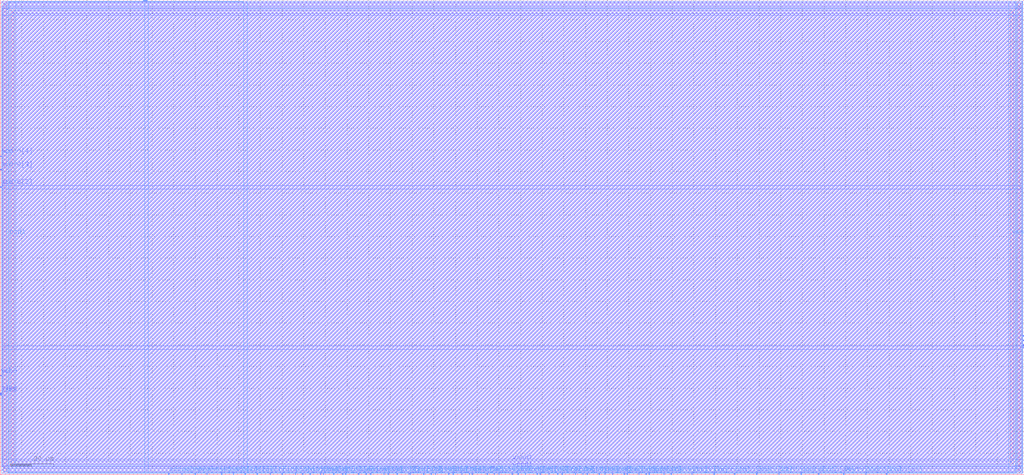
<source format=lef>
VERSION 5.4 ;
NAMESCASESENSITIVE ON ;
BUSBITCHARS "[]" ;
DIVIDERCHAR "/" ;
UNITS
  DATABASE MICRONS 2000 ;
END UNITS
MACRO sram_1rw0r0w_32_256_sky130
   CLASS BLOCK ;
   SIZE 472.3 BY 219.34 ;
   SYMMETRY X Y R90 ;
   PIN din0[0]
      DIRECTION INPUT ;
      PORT
         LAYER met4 ;
         RECT  112.88 0.0 113.26 0.38 ;
      END
   END din0[0]
   PIN din0[1]
      DIRECTION INPUT ;
      PORT
         LAYER met4 ;
         RECT  118.32 0.0 118.7 0.38 ;
      END
   END din0[1]
   PIN din0[2]
      DIRECTION INPUT ;
      PORT
         LAYER met4 ;
         RECT  124.44 0.0 124.82 0.38 ;
      END
   END din0[2]
   PIN din0[3]
      DIRECTION INPUT ;
      PORT
         LAYER met4 ;
         RECT  129.88 0.0 130.26 0.38 ;
      END
   END din0[3]
   PIN din0[4]
      DIRECTION INPUT ;
      PORT
         LAYER met4 ;
         RECT  136.0 0.0 136.38 0.38 ;
      END
   END din0[4]
   PIN din0[5]
      DIRECTION INPUT ;
      PORT
         LAYER met4 ;
         RECT  142.8 0.0 143.18 0.38 ;
      END
   END din0[5]
   PIN din0[6]
      DIRECTION INPUT ;
      PORT
         LAYER met4 ;
         RECT  147.56 0.0 147.94 0.38 ;
      END
   END din0[6]
   PIN din0[7]
      DIRECTION INPUT ;
      PORT
         LAYER met4 ;
         RECT  153.68 0.0 154.06 0.38 ;
      END
   END din0[7]
   PIN din0[8]
      DIRECTION INPUT ;
      PORT
         LAYER met4 ;
         RECT  159.12 0.0 159.5 0.38 ;
      END
   END din0[8]
   PIN din0[9]
      DIRECTION INPUT ;
      PORT
         LAYER met4 ;
         RECT  165.24 0.0 165.62 0.38 ;
      END
   END din0[9]
   PIN din0[10]
      DIRECTION INPUT ;
      PORT
         LAYER met4 ;
         RECT  170.68 0.0 171.06 0.38 ;
      END
   END din0[10]
   PIN din0[11]
      DIRECTION INPUT ;
      PORT
         LAYER met4 ;
         RECT  176.8 0.0 177.18 0.38 ;
      END
   END din0[11]
   PIN din0[12]
      DIRECTION INPUT ;
      PORT
         LAYER met4 ;
         RECT  182.92 0.0 183.3 0.38 ;
      END
   END din0[12]
   PIN din0[13]
      DIRECTION INPUT ;
      PORT
         LAYER met4 ;
         RECT  188.36 0.0 188.74 0.38 ;
      END
   END din0[13]
   PIN din0[14]
      DIRECTION INPUT ;
      PORT
         LAYER met4 ;
         RECT  195.16 0.0 195.54 0.38 ;
      END
   END din0[14]
   PIN din0[15]
      DIRECTION INPUT ;
      PORT
         LAYER met4 ;
         RECT  200.6 0.0 200.98 0.38 ;
      END
   END din0[15]
   PIN din0[16]
      DIRECTION INPUT ;
      PORT
         LAYER met4 ;
         RECT  206.72 0.0 207.1 0.38 ;
      END
   END din0[16]
   PIN din0[17]
      DIRECTION INPUT ;
      PORT
         LAYER met4 ;
         RECT  212.84 0.0 213.22 0.38 ;
      END
   END din0[17]
   PIN din0[18]
      DIRECTION INPUT ;
      PORT
         LAYER met4 ;
         RECT  217.6 0.0 217.98 0.38 ;
      END
   END din0[18]
   PIN din0[19]
      DIRECTION INPUT ;
      PORT
         LAYER met4 ;
         RECT  224.4 0.0 224.78 0.38 ;
      END
   END din0[19]
   PIN din0[20]
      DIRECTION INPUT ;
      PORT
         LAYER met4 ;
         RECT  229.84 0.0 230.22 0.38 ;
      END
   END din0[20]
   PIN din0[21]
      DIRECTION INPUT ;
      PORT
         LAYER met4 ;
         RECT  235.96 0.0 236.34 0.38 ;
      END
   END din0[21]
   PIN din0[22]
      DIRECTION INPUT ;
      PORT
         LAYER met4 ;
         RECT  242.08 0.0 242.46 0.38 ;
      END
   END din0[22]
   PIN din0[23]
      DIRECTION INPUT ;
      PORT
         LAYER met4 ;
         RECT  247.52 0.0 247.9 0.38 ;
      END
   END din0[23]
   PIN din0[24]
      DIRECTION INPUT ;
      PORT
         LAYER met4 ;
         RECT  252.96 0.0 253.34 0.38 ;
      END
   END din0[24]
   PIN din0[25]
      DIRECTION INPUT ;
      PORT
         LAYER met4 ;
         RECT  259.08 0.0 259.46 0.38 ;
      END
   END din0[25]
   PIN din0[26]
      DIRECTION INPUT ;
      PORT
         LAYER met4 ;
         RECT  265.2 0.0 265.58 0.38 ;
      END
   END din0[26]
   PIN din0[27]
      DIRECTION INPUT ;
      PORT
         LAYER met4 ;
         RECT  270.64 0.0 271.02 0.38 ;
      END
   END din0[27]
   PIN din0[28]
      DIRECTION INPUT ;
      PORT
         LAYER met4 ;
         RECT  276.08 0.0 276.46 0.38 ;
      END
   END din0[28]
   PIN din0[29]
      DIRECTION INPUT ;
      PORT
         LAYER met4 ;
         RECT  282.2 0.0 282.58 0.38 ;
      END
   END din0[29]
   PIN din0[30]
      DIRECTION INPUT ;
      PORT
         LAYER met4 ;
         RECT  287.64 0.0 288.02 0.38 ;
      END
   END din0[30]
   PIN din0[31]
      DIRECTION INPUT ;
      PORT
         LAYER met4 ;
         RECT  294.44 0.0 294.82 0.38 ;
      END
   END din0[31]
   PIN din0[32]
      DIRECTION INPUT ;
      PORT
         LAYER met4 ;
         RECT  299.2 0.0 299.58 0.38 ;
      END
   END din0[32]
   PIN addr0[0]
      DIRECTION INPUT ;
      PORT
         LAYER met4 ;
         RECT  77.52 0.0 77.9 0.38 ;
      END
   END addr0[0]
   PIN addr0[1]
      DIRECTION INPUT ;
      PORT
         LAYER met4 ;
         RECT  83.64 0.0 84.02 0.38 ;
      END
   END addr0[1]
   PIN addr0[2]
      DIRECTION INPUT ;
      PORT
         LAYER met3 ;
         RECT  0.0 132.6 0.38 132.98 ;
      END
   END addr0[2]
   PIN addr0[3]
      DIRECTION INPUT ;
      PORT
         LAYER met3 ;
         RECT  0.0 140.76 0.38 141.14 ;
      END
   END addr0[3]
   PIN addr0[4]
      DIRECTION INPUT ;
      PORT
         LAYER met3 ;
         RECT  0.0 146.88 0.38 147.26 ;
      END
   END addr0[4]
   PIN addr0[5]
      DIRECTION INPUT ;
      PORT
         LAYER met4 ;
         RECT  67.32 218.96 67.7 219.34 ;
      END
   END addr0[5]
   PIN addr0[6]
      DIRECTION INPUT ;
      PORT
         LAYER met4 ;
         RECT  66.64 218.96 67.02 219.34 ;
      END
   END addr0[6]
   PIN addr0[7]
      DIRECTION INPUT ;
      PORT
         LAYER met4 ;
         RECT  65.96 218.96 66.34 219.34 ;
      END
   END addr0[7]
   PIN csb0
      DIRECTION INPUT ;
      PORT
         LAYER met3 ;
         RECT  0.0 36.72 0.38 37.1 ;
      END
   END csb0
   PIN web0
      DIRECTION INPUT ;
      PORT
         LAYER met3 ;
         RECT  0.0 45.56 0.38 45.94 ;
      END
   END web0
   PIN clk0
      DIRECTION INPUT ;
      PORT
         LAYER met3 ;
         RECT  0.0 37.4 0.38 37.78 ;
      END
   END clk0
   PIN wmask0[0]
      DIRECTION INPUT ;
      PORT
         LAYER met4 ;
         RECT  89.76 0.0 90.14 0.38 ;
      END
   END wmask0[0]
   PIN wmask0[1]
      DIRECTION INPUT ;
      PORT
         LAYER met4 ;
         RECT  95.2 0.0 95.58 0.38 ;
      END
   END wmask0[1]
   PIN wmask0[2]
      DIRECTION INPUT ;
      PORT
         LAYER met4 ;
         RECT  102.0 0.0 102.38 0.38 ;
      END
   END wmask0[2]
   PIN wmask0[3]
      DIRECTION INPUT ;
      PORT
         LAYER met4 ;
         RECT  107.44 0.0 107.82 0.38 ;
      END
   END wmask0[3]
   PIN spare_wen0[0]
      DIRECTION INPUT ;
      PORT
         LAYER met4 ;
         RECT  306.0 0.0 306.38 0.38 ;
      END
   END spare_wen0[0]
   PIN dout0[0]
      DIRECTION OUTPUT ;
      PORT
         LAYER met4 ;
         RECT  139.4 0.0 139.78 0.38 ;
      END
   END dout0[0]
   PIN dout0[1]
      DIRECTION OUTPUT ;
      PORT
         LAYER met4 ;
         RECT  148.92 0.0 149.3 0.38 ;
      END
   END dout0[1]
   PIN dout0[2]
      DIRECTION OUTPUT ;
      PORT
         LAYER met4 ;
         RECT  157.76 0.0 158.14 0.38 ;
      END
   END dout0[2]
   PIN dout0[3]
      DIRECTION OUTPUT ;
      PORT
         LAYER met4 ;
         RECT  168.64 0.0 169.02 0.38 ;
      END
   END dout0[3]
   PIN dout0[4]
      DIRECTION OUTPUT ;
      PORT
         LAYER met4 ;
         RECT  178.84 0.0 179.22 0.38 ;
      END
   END dout0[4]
   PIN dout0[5]
      DIRECTION OUTPUT ;
      PORT
         LAYER met4 ;
         RECT  189.04 0.0 189.42 0.38 ;
      END
   END dout0[5]
   PIN dout0[6]
      DIRECTION OUTPUT ;
      PORT
         LAYER met4 ;
         RECT  198.56 0.0 198.94 0.38 ;
      END
   END dout0[6]
   PIN dout0[7]
      DIRECTION OUTPUT ;
      PORT
         LAYER met4 ;
         RECT  208.76 0.0 209.14 0.38 ;
      END
   END dout0[7]
   PIN dout0[8]
      DIRECTION OUTPUT ;
      PORT
         LAYER met4 ;
         RECT  216.24 0.0 216.62 0.38 ;
      END
   END dout0[8]
   PIN dout0[9]
      DIRECTION OUTPUT ;
      PORT
         LAYER met4 ;
         RECT  227.8 0.0 228.18 0.38 ;
      END
   END dout0[9]
   PIN dout0[10]
      DIRECTION OUTPUT ;
      PORT
         LAYER met4 ;
         RECT  238.68 0.0 239.06 0.38 ;
      END
   END dout0[10]
   PIN dout0[11]
      DIRECTION OUTPUT ;
      PORT
         LAYER met4 ;
         RECT  248.88 0.0 249.26 0.38 ;
      END
   END dout0[11]
   PIN dout0[12]
      DIRECTION OUTPUT ;
      PORT
         LAYER met4 ;
         RECT  257.04 0.0 257.42 0.38 ;
      END
   END dout0[12]
   PIN dout0[13]
      DIRECTION OUTPUT ;
      PORT
         LAYER met4 ;
         RECT  268.6 0.0 268.98 0.38 ;
      END
   END dout0[13]
   PIN dout0[14]
      DIRECTION OUTPUT ;
      PORT
         LAYER met4 ;
         RECT  278.8 0.0 279.18 0.38 ;
      END
   END dout0[14]
   PIN dout0[15]
      DIRECTION OUTPUT ;
      PORT
         LAYER met4 ;
         RECT  289.0 0.0 289.38 0.38 ;
      END
   END dout0[15]
   PIN dout0[16]
      DIRECTION OUTPUT ;
      PORT
         LAYER met4 ;
         RECT  297.84 0.0 298.22 0.38 ;
      END
   END dout0[16]
   PIN dout0[17]
      DIRECTION OUTPUT ;
      PORT
         LAYER met4 ;
         RECT  309.4 0.0 309.78 0.38 ;
      END
   END dout0[17]
   PIN dout0[18]
      DIRECTION OUTPUT ;
      PORT
         LAYER met4 ;
         RECT  318.92 0.0 319.3 0.38 ;
      END
   END dout0[18]
   PIN dout0[19]
      DIRECTION OUTPUT ;
      PORT
         LAYER met4 ;
         RECT  329.12 0.0 329.5 0.38 ;
      END
   END dout0[19]
   PIN dout0[20]
      DIRECTION OUTPUT ;
      PORT
         LAYER met4 ;
         RECT  338.64 0.0 339.02 0.38 ;
      END
   END dout0[20]
   PIN dout0[21]
      DIRECTION OUTPUT ;
      PORT
         LAYER met4 ;
         RECT  348.84 0.0 349.22 0.38 ;
      END
   END dout0[21]
   PIN dout0[22]
      DIRECTION OUTPUT ;
      PORT
         LAYER met4 ;
         RECT  359.04 0.0 359.42 0.38 ;
      END
   END dout0[22]
   PIN dout0[23]
      DIRECTION OUTPUT ;
      PORT
         LAYER met4 ;
         RECT  369.24 0.0 369.62 0.38 ;
      END
   END dout0[23]
   PIN dout0[24]
      DIRECTION OUTPUT ;
      PORT
         LAYER met4 ;
         RECT  377.4 0.0 377.78 0.38 ;
      END
   END dout0[24]
   PIN dout0[25]
      DIRECTION OUTPUT ;
      PORT
         LAYER met4 ;
         RECT  388.96 0.0 389.34 0.38 ;
      END
   END dout0[25]
   PIN dout0[26]
      DIRECTION OUTPUT ;
      PORT
         LAYER met4 ;
         RECT  399.16 0.0 399.54 0.38 ;
      END
   END dout0[26]
   PIN dout0[27]
      DIRECTION OUTPUT ;
      PORT
         LAYER met4 ;
         RECT  408.68 0.0 409.06 0.38 ;
      END
   END dout0[27]
   PIN dout0[28]
      DIRECTION OUTPUT ;
      PORT
         LAYER met3 ;
         RECT  471.92 58.48 472.3 58.86 ;
      END
   END dout0[28]
   PIN dout0[29]
      DIRECTION OUTPUT ;
      PORT
         LAYER met3 ;
         RECT  471.92 59.16 472.3 59.54 ;
      END
   END dout0[29]
   PIN dout0[30]
      DIRECTION OUTPUT ;
      PORT
         LAYER met3 ;
         RECT  471.92 63.92 472.3 64.3 ;
      END
   END dout0[30]
   PIN dout0[31]
      DIRECTION OUTPUT ;
      PORT
         LAYER met3 ;
         RECT  471.92 59.84 472.3 60.22 ;
      END
   END dout0[31]
   PIN dout0[32]
      DIRECTION OUTPUT ;
      PORT
         LAYER met3 ;
         RECT  471.92 61.88 472.3 62.26 ;
      END
   END dout0[32]
   PIN vccd1
      DIRECTION INOUT ;
      USE POWER ; 
      SHAPE ABUTMENT ; 
      PORT
         LAYER met4 ;
         RECT  469.2 1.36 470.94 217.98 ;
         LAYER met3 ;
         RECT  1.36 216.24 470.94 217.98 ;
         LAYER met3 ;
         RECT  1.36 1.36 470.94 3.1 ;
         LAYER met4 ;
         RECT  1.36 1.36 3.1 217.98 ;
      END
   END vccd1
   PIN vssd1
      DIRECTION INOUT ;
      USE GROUND ; 
      SHAPE ABUTMENT ; 
      PORT
         LAYER met4 ;
         RECT  4.76 4.76 6.5 214.58 ;
         LAYER met3 ;
         RECT  4.76 212.84 467.54 214.58 ;
         LAYER met3 ;
         RECT  4.76 4.76 467.54 6.5 ;
         LAYER met4 ;
         RECT  465.8 4.76 467.54 214.58 ;
      END
   END vssd1
   OBS
   LAYER  met1 ;
      RECT  0.62 0.62 471.68 218.72 ;
   LAYER  met2 ;
      RECT  0.62 0.62 471.68 218.72 ;
   LAYER  met3 ;
      RECT  0.98 132.0 471.68 133.58 ;
      RECT  0.62 133.58 0.98 140.16 ;
      RECT  0.62 141.74 0.98 146.28 ;
      RECT  0.62 46.54 0.98 132.0 ;
      RECT  0.62 38.38 0.98 44.96 ;
      RECT  0.98 57.88 471.32 59.46 ;
      RECT  0.98 59.46 471.32 132.0 ;
      RECT  471.32 64.9 471.68 132.0 ;
      RECT  471.32 60.82 471.68 61.28 ;
      RECT  471.32 62.86 471.68 63.32 ;
      RECT  0.98 218.58 471.54 218.72 ;
      RECT  471.54 133.58 471.68 215.64 ;
      RECT  471.54 215.64 471.68 218.58 ;
      RECT  471.54 218.58 471.68 218.72 ;
      RECT  0.62 147.86 0.76 215.64 ;
      RECT  0.62 215.64 0.76 218.58 ;
      RECT  0.62 218.58 0.76 218.72 ;
      RECT  0.76 147.86 0.98 215.64 ;
      RECT  0.76 218.58 0.98 218.72 ;
      RECT  0.62 0.62 0.76 0.76 ;
      RECT  0.62 0.76 0.76 3.7 ;
      RECT  0.62 3.7 0.76 36.12 ;
      RECT  0.76 0.62 0.98 0.76 ;
      RECT  0.76 3.7 0.98 36.12 ;
      RECT  0.98 0.62 471.32 0.76 ;
      RECT  471.32 0.62 471.54 0.76 ;
      RECT  471.32 3.7 471.54 57.88 ;
      RECT  471.54 0.62 471.68 0.76 ;
      RECT  471.54 0.76 471.68 3.7 ;
      RECT  471.54 3.7 471.68 57.88 ;
      RECT  0.98 133.58 4.16 212.24 ;
      RECT  0.98 212.24 4.16 215.18 ;
      RECT  0.98 215.18 4.16 215.64 ;
      RECT  4.16 133.58 468.14 212.24 ;
      RECT  4.16 215.18 468.14 215.64 ;
      RECT  468.14 133.58 471.54 212.24 ;
      RECT  468.14 212.24 471.54 215.18 ;
      RECT  468.14 215.18 471.54 215.64 ;
      RECT  0.98 3.7 4.16 4.16 ;
      RECT  0.98 4.16 4.16 7.1 ;
      RECT  0.98 7.1 4.16 57.88 ;
      RECT  4.16 3.7 468.14 4.16 ;
      RECT  4.16 7.1 468.14 57.88 ;
      RECT  468.14 3.7 471.32 4.16 ;
      RECT  468.14 4.16 471.32 7.1 ;
      RECT  468.14 7.1 471.32 57.88 ;
   LAYER  met4 ;
      RECT  112.28 0.98 113.86 218.72 ;
      RECT  113.86 0.62 117.72 0.98 ;
      RECT  119.3 0.62 123.84 0.98 ;
      RECT  125.42 0.62 129.28 0.98 ;
      RECT  130.86 0.62 135.4 0.98 ;
      RECT  143.78 0.62 146.96 0.98 ;
      RECT  160.1 0.62 164.64 0.98 ;
      RECT  171.66 0.62 176.2 0.98 ;
      RECT  183.9 0.62 187.76 0.98 ;
      RECT  201.58 0.62 206.12 0.98 ;
      RECT  218.58 0.62 223.8 0.98 ;
      RECT  230.82 0.62 235.36 0.98 ;
      RECT  243.06 0.62 246.92 0.98 ;
      RECT  260.06 0.62 264.6 0.98 ;
      RECT  271.62 0.62 275.48 0.98 ;
      RECT  283.18 0.62 287.04 0.98 ;
      RECT  78.5 0.62 83.04 0.98 ;
      RECT  66.72 0.98 68.3 218.36 ;
      RECT  68.3 0.98 112.28 218.36 ;
      RECT  68.3 218.36 112.28 218.72 ;
      RECT  84.62 0.62 89.16 0.98 ;
      RECT  90.74 0.62 94.6 0.98 ;
      RECT  96.18 0.62 101.4 0.98 ;
      RECT  102.98 0.62 106.84 0.98 ;
      RECT  108.42 0.62 112.28 0.98 ;
      RECT  300.18 0.62 305.4 0.98 ;
      RECT  136.98 0.62 138.8 0.98 ;
      RECT  140.38 0.62 142.2 0.98 ;
      RECT  149.9 0.62 153.08 0.98 ;
      RECT  154.66 0.62 157.16 0.98 ;
      RECT  166.22 0.62 168.04 0.98 ;
      RECT  169.62 0.62 170.08 0.98 ;
      RECT  177.78 0.62 178.24 0.98 ;
      RECT  179.82 0.62 182.32 0.98 ;
      RECT  190.02 0.62 194.56 0.98 ;
      RECT  196.14 0.62 197.96 0.98 ;
      RECT  199.54 0.62 200.0 0.98 ;
      RECT  207.7 0.62 208.16 0.98 ;
      RECT  209.74 0.62 212.24 0.98 ;
      RECT  213.82 0.62 215.64 0.98 ;
      RECT  225.38 0.62 227.2 0.98 ;
      RECT  228.78 0.62 229.24 0.98 ;
      RECT  236.94 0.62 238.08 0.98 ;
      RECT  239.66 0.62 241.48 0.98 ;
      RECT  249.86 0.62 252.36 0.98 ;
      RECT  253.94 0.62 256.44 0.98 ;
      RECT  258.02 0.62 258.48 0.98 ;
      RECT  266.18 0.62 268.0 0.98 ;
      RECT  269.58 0.62 270.04 0.98 ;
      RECT  277.06 0.62 278.2 0.98 ;
      RECT  279.78 0.62 281.6 0.98 ;
      RECT  289.98 0.62 293.84 0.98 ;
      RECT  295.42 0.62 297.24 0.98 ;
      RECT  306.98 0.62 308.8 0.98 ;
      RECT  310.38 0.62 318.32 0.98 ;
      RECT  319.9 0.62 328.52 0.98 ;
      RECT  330.1 0.62 338.04 0.98 ;
      RECT  339.62 0.62 348.24 0.98 ;
      RECT  349.82 0.62 358.44 0.98 ;
      RECT  360.02 0.62 368.64 0.98 ;
      RECT  370.22 0.62 376.8 0.98 ;
      RECT  378.38 0.62 388.36 0.98 ;
      RECT  389.94 0.62 398.56 0.98 ;
      RECT  400.14 0.62 408.08 0.98 ;
      RECT  113.86 218.58 468.6 218.72 ;
      RECT  468.6 218.58 471.54 218.72 ;
      RECT  471.54 0.98 471.68 218.58 ;
      RECT  471.54 218.58 471.68 218.72 ;
      RECT  409.66 0.62 468.6 0.76 ;
      RECT  409.66 0.76 468.6 0.98 ;
      RECT  468.6 0.62 471.54 0.76 ;
      RECT  471.54 0.62 471.68 0.76 ;
      RECT  471.54 0.76 471.68 0.98 ;
      RECT  0.62 0.62 0.76 0.76 ;
      RECT  0.62 0.76 0.76 0.98 ;
      RECT  0.76 0.62 3.7 0.76 ;
      RECT  3.7 0.62 76.92 0.76 ;
      RECT  3.7 0.76 76.92 0.98 ;
      RECT  0.62 0.98 0.76 218.36 ;
      RECT  0.62 218.36 0.76 218.58 ;
      RECT  0.62 218.58 0.76 218.72 ;
      RECT  0.76 218.58 3.7 218.72 ;
      RECT  3.7 218.36 65.36 218.58 ;
      RECT  3.7 218.58 65.36 218.72 ;
      RECT  3.7 0.98 4.16 4.16 ;
      RECT  3.7 4.16 4.16 215.18 ;
      RECT  3.7 215.18 4.16 218.36 ;
      RECT  4.16 0.98 7.1 4.16 ;
      RECT  4.16 215.18 7.1 218.36 ;
      RECT  7.1 0.98 66.72 4.16 ;
      RECT  7.1 4.16 66.72 215.18 ;
      RECT  7.1 215.18 66.72 218.36 ;
      RECT  113.86 0.98 465.2 4.16 ;
      RECT  113.86 4.16 465.2 215.18 ;
      RECT  113.86 215.18 465.2 218.58 ;
      RECT  465.2 0.98 468.14 4.16 ;
      RECT  465.2 215.18 468.14 218.58 ;
      RECT  468.14 0.98 468.6 4.16 ;
      RECT  468.14 4.16 468.6 215.18 ;
      RECT  468.14 215.18 468.6 218.58 ;
   END
END    sram_1rw0r0w_32_256_sky130
END    LIBRARY

</source>
